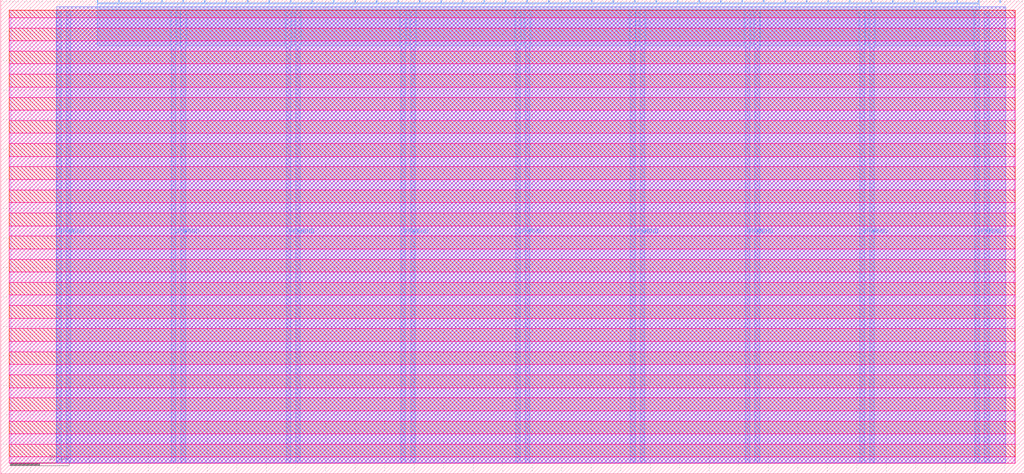
<source format=lef>
VERSION 5.7 ;
  NOWIREEXTENSIONATPIN ON ;
  DIVIDERCHAR "/" ;
  BUSBITCHARS "[]" ;
MACRO tt_um_dlmiles_ddr_throughput_test
  CLASS BLOCK ;
  FOREIGN tt_um_dlmiles_ddr_throughput_test ;
  ORIGIN 0.000 0.000 ;
  SIZE 346.640 BY 160.720 ;
  PIN VGND
    DIRECTION INOUT ;
    USE GROUND ;
    PORT
      LAYER Metal4 ;
        RECT 22.180 3.620 23.780 157.100 ;
    END
    PORT
      LAYER Metal4 ;
        RECT 61.050 3.620 62.650 157.100 ;
    END
    PORT
      LAYER Metal4 ;
        RECT 99.920 3.620 101.520 157.100 ;
    END
    PORT
      LAYER Metal4 ;
        RECT 138.790 3.620 140.390 157.100 ;
    END
    PORT
      LAYER Metal4 ;
        RECT 177.660 3.620 179.260 157.100 ;
    END
    PORT
      LAYER Metal4 ;
        RECT 216.530 3.620 218.130 157.100 ;
    END
    PORT
      LAYER Metal4 ;
        RECT 255.400 3.620 257.000 157.100 ;
    END
    PORT
      LAYER Metal4 ;
        RECT 294.270 3.620 295.870 157.100 ;
    END
    PORT
      LAYER Metal4 ;
        RECT 333.140 3.620 334.740 157.100 ;
    END
  END VGND
  PIN VPWR
    DIRECTION INOUT ;
    USE POWER ;
    PORT
      LAYER Metal4 ;
        RECT 18.880 3.620 20.480 157.100 ;
    END
    PORT
      LAYER Metal4 ;
        RECT 57.750 3.620 59.350 157.100 ;
    END
    PORT
      LAYER Metal4 ;
        RECT 96.620 3.620 98.220 157.100 ;
    END
    PORT
      LAYER Metal4 ;
        RECT 135.490 3.620 137.090 157.100 ;
    END
    PORT
      LAYER Metal4 ;
        RECT 174.360 3.620 175.960 157.100 ;
    END
    PORT
      LAYER Metal4 ;
        RECT 213.230 3.620 214.830 157.100 ;
    END
    PORT
      LAYER Metal4 ;
        RECT 252.100 3.620 253.700 157.100 ;
    END
    PORT
      LAYER Metal4 ;
        RECT 290.970 3.620 292.570 157.100 ;
    END
    PORT
      LAYER Metal4 ;
        RECT 329.840 3.620 331.440 157.100 ;
    END
  END VPWR
  PIN clk
    DIRECTION INPUT ;
    USE SIGNAL ;
    ANTENNAGATEAREA 4.738000 ;
    PORT
      LAYER Metal4 ;
        RECT 331.090 159.720 331.390 160.720 ;
    END
  END clk
  PIN ena
    DIRECTION INPUT ;
    USE SIGNAL ;
    PORT
      LAYER Metal4 ;
        RECT 338.370 159.720 338.670 160.720 ;
    END
  END ena
  PIN rst_n
    DIRECTION INPUT ;
    USE SIGNAL ;
    ANTENNAGATEAREA 0.396000 ;
    PORT
      LAYER Metal4 ;
        RECT 323.810 159.720 324.110 160.720 ;
    END
  END rst_n
  PIN ui_in[0]
    DIRECTION INPUT ;
    USE SIGNAL ;
    ANTENNAGATEAREA 0.396000 ;
    PORT
      LAYER Metal4 ;
        RECT 316.530 159.720 316.830 160.720 ;
    END
  END ui_in[0]
  PIN ui_in[1]
    DIRECTION INPUT ;
    USE SIGNAL ;
    ANTENNAGATEAREA 0.396000 ;
    PORT
      LAYER Metal4 ;
        RECT 309.250 159.720 309.550 160.720 ;
    END
  END ui_in[1]
  PIN ui_in[2]
    DIRECTION INPUT ;
    USE SIGNAL ;
    ANTENNAGATEAREA 0.396000 ;
    PORT
      LAYER Metal4 ;
        RECT 301.970 159.720 302.270 160.720 ;
    END
  END ui_in[2]
  PIN ui_in[3]
    DIRECTION INPUT ;
    USE SIGNAL ;
    ANTENNAGATEAREA 0.396000 ;
    PORT
      LAYER Metal4 ;
        RECT 294.690 159.720 294.990 160.720 ;
    END
  END ui_in[3]
  PIN ui_in[4]
    DIRECTION INPUT ;
    USE SIGNAL ;
    ANTENNAGATEAREA 0.396000 ;
    PORT
      LAYER Metal4 ;
        RECT 287.410 159.720 287.710 160.720 ;
    END
  END ui_in[4]
  PIN ui_in[5]
    DIRECTION INPUT ;
    USE SIGNAL ;
    PORT
      LAYER Metal4 ;
        RECT 280.130 159.720 280.430 160.720 ;
    END
  END ui_in[5]
  PIN ui_in[6]
    DIRECTION INPUT ;
    USE SIGNAL ;
    PORT
      LAYER Metal4 ;
        RECT 272.850 159.720 273.150 160.720 ;
    END
  END ui_in[6]
  PIN ui_in[7]
    DIRECTION INPUT ;
    USE SIGNAL ;
    PORT
      LAYER Metal4 ;
        RECT 265.570 159.720 265.870 160.720 ;
    END
  END ui_in[7]
  PIN uio_in[0]
    DIRECTION INPUT ;
    USE SIGNAL ;
    PORT
      LAYER Metal4 ;
        RECT 258.290 159.720 258.590 160.720 ;
    END
  END uio_in[0]
  PIN uio_in[1]
    DIRECTION INPUT ;
    USE SIGNAL ;
    PORT
      LAYER Metal4 ;
        RECT 251.010 159.720 251.310 160.720 ;
    END
  END uio_in[1]
  PIN uio_in[2]
    DIRECTION INPUT ;
    USE SIGNAL ;
    PORT
      LAYER Metal4 ;
        RECT 243.730 159.720 244.030 160.720 ;
    END
  END uio_in[2]
  PIN uio_in[3]
    DIRECTION INPUT ;
    USE SIGNAL ;
    PORT
      LAYER Metal4 ;
        RECT 236.450 159.720 236.750 160.720 ;
    END
  END uio_in[3]
  PIN uio_in[4]
    DIRECTION INPUT ;
    USE SIGNAL ;
    PORT
      LAYER Metal4 ;
        RECT 229.170 159.720 229.470 160.720 ;
    END
  END uio_in[4]
  PIN uio_in[5]
    DIRECTION INPUT ;
    USE SIGNAL ;
    PORT
      LAYER Metal4 ;
        RECT 221.890 159.720 222.190 160.720 ;
    END
  END uio_in[5]
  PIN uio_in[6]
    DIRECTION INPUT ;
    USE SIGNAL ;
    PORT
      LAYER Metal4 ;
        RECT 214.610 159.720 214.910 160.720 ;
    END
  END uio_in[6]
  PIN uio_in[7]
    DIRECTION INPUT ;
    USE SIGNAL ;
    PORT
      LAYER Metal4 ;
        RECT 207.330 159.720 207.630 160.720 ;
    END
  END uio_in[7]
  PIN uio_oe[0]
    DIRECTION OUTPUT ;
    USE SIGNAL ;
    ANTENNADIFFAREA 0.360800 ;
    PORT
      LAYER Metal4 ;
        RECT 83.570 159.720 83.870 160.720 ;
    END
  END uio_oe[0]
  PIN uio_oe[1]
    DIRECTION OUTPUT ;
    USE SIGNAL ;
    ANTENNADIFFAREA 0.360800 ;
    PORT
      LAYER Metal4 ;
        RECT 76.290 159.720 76.590 160.720 ;
    END
  END uio_oe[1]
  PIN uio_oe[2]
    DIRECTION OUTPUT ;
    USE SIGNAL ;
    ANTENNADIFFAREA 0.360800 ;
    PORT
      LAYER Metal4 ;
        RECT 69.010 159.720 69.310 160.720 ;
    END
  END uio_oe[2]
  PIN uio_oe[3]
    DIRECTION OUTPUT ;
    USE SIGNAL ;
    ANTENNADIFFAREA 0.360800 ;
    PORT
      LAYER Metal4 ;
        RECT 61.730 159.720 62.030 160.720 ;
    END
  END uio_oe[3]
  PIN uio_oe[4]
    DIRECTION OUTPUT ;
    USE SIGNAL ;
    ANTENNADIFFAREA 0.360800 ;
    PORT
      LAYER Metal4 ;
        RECT 54.450 159.720 54.750 160.720 ;
    END
  END uio_oe[4]
  PIN uio_oe[5]
    DIRECTION OUTPUT ;
    USE SIGNAL ;
    ANTENNADIFFAREA 0.360800 ;
    PORT
      LAYER Metal4 ;
        RECT 47.170 159.720 47.470 160.720 ;
    END
  END uio_oe[5]
  PIN uio_oe[6]
    DIRECTION OUTPUT ;
    USE SIGNAL ;
    ANTENNADIFFAREA 0.360800 ;
    PORT
      LAYER Metal4 ;
        RECT 39.890 159.720 40.190 160.720 ;
    END
  END uio_oe[6]
  PIN uio_oe[7]
    DIRECTION OUTPUT ;
    USE SIGNAL ;
    ANTENNADIFFAREA 0.360800 ;
    PORT
      LAYER Metal4 ;
        RECT 32.610 159.720 32.910 160.720 ;
    END
  END uio_oe[7]
  PIN uio_out[0]
    DIRECTION OUTPUT ;
    USE SIGNAL ;
    ANTENNADIFFAREA 0.360800 ;
    PORT
      LAYER Metal4 ;
        RECT 141.810 159.720 142.110 160.720 ;
    END
  END uio_out[0]
  PIN uio_out[1]
    DIRECTION OUTPUT ;
    USE SIGNAL ;
    ANTENNADIFFAREA 0.360800 ;
    PORT
      LAYER Metal4 ;
        RECT 134.530 159.720 134.830 160.720 ;
    END
  END uio_out[1]
  PIN uio_out[2]
    DIRECTION OUTPUT ;
    USE SIGNAL ;
    ANTENNADIFFAREA 0.360800 ;
    PORT
      LAYER Metal4 ;
        RECT 127.250 159.720 127.550 160.720 ;
    END
  END uio_out[2]
  PIN uio_out[3]
    DIRECTION OUTPUT ;
    USE SIGNAL ;
    ANTENNADIFFAREA 0.360800 ;
    PORT
      LAYER Metal4 ;
        RECT 119.970 159.720 120.270 160.720 ;
    END
  END uio_out[3]
  PIN uio_out[4]
    DIRECTION OUTPUT ;
    USE SIGNAL ;
    ANTENNADIFFAREA 0.360800 ;
    PORT
      LAYER Metal4 ;
        RECT 112.690 159.720 112.990 160.720 ;
    END
  END uio_out[4]
  PIN uio_out[5]
    DIRECTION OUTPUT ;
    USE SIGNAL ;
    ANTENNADIFFAREA 0.360800 ;
    PORT
      LAYER Metal4 ;
        RECT 105.410 159.720 105.710 160.720 ;
    END
  END uio_out[5]
  PIN uio_out[6]
    DIRECTION OUTPUT ;
    USE SIGNAL ;
    ANTENNADIFFAREA 0.360800 ;
    PORT
      LAYER Metal4 ;
        RECT 98.130 159.720 98.430 160.720 ;
    END
  END uio_out[6]
  PIN uio_out[7]
    DIRECTION OUTPUT ;
    USE SIGNAL ;
    ANTENNADIFFAREA 0.360800 ;
    PORT
      LAYER Metal4 ;
        RECT 90.850 159.720 91.150 160.720 ;
    END
  END uio_out[7]
  PIN uo_out[0]
    DIRECTION OUTPUT ;
    USE SIGNAL ;
    ANTENNADIFFAREA 2.365600 ;
    PORT
      LAYER Metal4 ;
        RECT 200.050 159.720 200.350 160.720 ;
    END
  END uo_out[0]
  PIN uo_out[1]
    DIRECTION OUTPUT ;
    USE SIGNAL ;
    ANTENNADIFFAREA 2.365600 ;
    PORT
      LAYER Metal4 ;
        RECT 192.770 159.720 193.070 160.720 ;
    END
  END uo_out[1]
  PIN uo_out[2]
    DIRECTION OUTPUT ;
    USE SIGNAL ;
    ANTENNADIFFAREA 2.365600 ;
    PORT
      LAYER Metal4 ;
        RECT 185.490 159.720 185.790 160.720 ;
    END
  END uo_out[2]
  PIN uo_out[3]
    DIRECTION OUTPUT ;
    USE SIGNAL ;
    ANTENNADIFFAREA 2.365600 ;
    PORT
      LAYER Metal4 ;
        RECT 178.210 159.720 178.510 160.720 ;
    END
  END uo_out[3]
  PIN uo_out[4]
    DIRECTION OUTPUT ;
    USE SIGNAL ;
    ANTENNADIFFAREA 1.986000 ;
    PORT
      LAYER Metal4 ;
        RECT 170.930 159.720 171.230 160.720 ;
    END
  END uo_out[4]
  PIN uo_out[5]
    DIRECTION OUTPUT ;
    USE SIGNAL ;
    ANTENNADIFFAREA 0.536800 ;
    PORT
      LAYER Metal4 ;
        RECT 163.650 159.720 163.950 160.720 ;
    END
  END uo_out[5]
  PIN uo_out[6]
    DIRECTION OUTPUT ;
    USE SIGNAL ;
    ANTENNADIFFAREA 0.536800 ;
    PORT
      LAYER Metal4 ;
        RECT 156.370 159.720 156.670 160.720 ;
    END
  END uo_out[6]
  PIN uo_out[7]
    DIRECTION OUTPUT ;
    USE SIGNAL ;
    ANTENNADIFFAREA 0.897600 ;
    PORT
      LAYER Metal4 ;
        RECT 149.090 159.720 149.390 160.720 ;
    END
  END uo_out[7]
  OBS
      LAYER Nwell ;
        RECT 2.930 154.640 343.710 157.230 ;
      LAYER Pwell ;
        RECT 2.930 151.120 343.710 154.640 ;
      LAYER Nwell ;
        RECT 2.930 146.800 343.710 151.120 ;
      LAYER Pwell ;
        RECT 2.930 143.280 343.710 146.800 ;
      LAYER Nwell ;
        RECT 2.930 138.960 343.710 143.280 ;
      LAYER Pwell ;
        RECT 2.930 135.440 343.710 138.960 ;
      LAYER Nwell ;
        RECT 2.930 131.120 343.710 135.440 ;
      LAYER Pwell ;
        RECT 2.930 127.600 343.710 131.120 ;
      LAYER Nwell ;
        RECT 2.930 123.280 343.710 127.600 ;
      LAYER Pwell ;
        RECT 2.930 119.760 343.710 123.280 ;
      LAYER Nwell ;
        RECT 2.930 115.440 343.710 119.760 ;
      LAYER Pwell ;
        RECT 2.930 111.920 343.710 115.440 ;
      LAYER Nwell ;
        RECT 2.930 107.600 343.710 111.920 ;
      LAYER Pwell ;
        RECT 2.930 104.080 343.710 107.600 ;
      LAYER Nwell ;
        RECT 2.930 99.760 343.710 104.080 ;
      LAYER Pwell ;
        RECT 2.930 96.240 343.710 99.760 ;
      LAYER Nwell ;
        RECT 2.930 91.920 343.710 96.240 ;
      LAYER Pwell ;
        RECT 2.930 88.400 343.710 91.920 ;
      LAYER Nwell ;
        RECT 2.930 84.080 343.710 88.400 ;
      LAYER Pwell ;
        RECT 2.930 80.560 343.710 84.080 ;
      LAYER Nwell ;
        RECT 2.930 76.240 343.710 80.560 ;
      LAYER Pwell ;
        RECT 2.930 72.720 343.710 76.240 ;
      LAYER Nwell ;
        RECT 2.930 68.400 343.710 72.720 ;
      LAYER Pwell ;
        RECT 2.930 64.880 343.710 68.400 ;
      LAYER Nwell ;
        RECT 2.930 60.560 343.710 64.880 ;
      LAYER Pwell ;
        RECT 2.930 57.040 343.710 60.560 ;
      LAYER Nwell ;
        RECT 2.930 52.720 343.710 57.040 ;
      LAYER Pwell ;
        RECT 2.930 49.200 343.710 52.720 ;
      LAYER Nwell ;
        RECT 2.930 44.880 343.710 49.200 ;
      LAYER Pwell ;
        RECT 2.930 41.360 343.710 44.880 ;
      LAYER Nwell ;
        RECT 2.930 37.040 343.710 41.360 ;
      LAYER Pwell ;
        RECT 2.930 33.520 343.710 37.040 ;
      LAYER Nwell ;
        RECT 2.930 29.200 343.710 33.520 ;
      LAYER Pwell ;
        RECT 2.930 25.680 343.710 29.200 ;
      LAYER Nwell ;
        RECT 2.930 21.360 343.710 25.680 ;
      LAYER Pwell ;
        RECT 2.930 17.840 343.710 21.360 ;
      LAYER Nwell ;
        RECT 2.930 13.520 343.710 17.840 ;
      LAYER Pwell ;
        RECT 2.930 10.000 343.710 13.520 ;
      LAYER Nwell ;
        RECT 2.930 5.680 343.710 10.000 ;
      LAYER Pwell ;
        RECT 2.930 3.490 343.710 5.680 ;
      LAYER Metal1 ;
        RECT 3.360 3.620 343.280 157.100 ;
      LAYER Metal2 ;
        RECT 19.020 3.730 340.340 158.390 ;
      LAYER Metal3 ;
        RECT 18.970 3.780 340.390 158.340 ;
      LAYER Metal4 ;
        RECT 33.210 159.420 39.590 159.720 ;
        RECT 40.490 159.420 46.870 159.720 ;
        RECT 47.770 159.420 54.150 159.720 ;
        RECT 55.050 159.420 61.430 159.720 ;
        RECT 62.330 159.420 68.710 159.720 ;
        RECT 69.610 159.420 75.990 159.720 ;
        RECT 76.890 159.420 83.270 159.720 ;
        RECT 84.170 159.420 90.550 159.720 ;
        RECT 91.450 159.420 97.830 159.720 ;
        RECT 98.730 159.420 105.110 159.720 ;
        RECT 106.010 159.420 112.390 159.720 ;
        RECT 113.290 159.420 119.670 159.720 ;
        RECT 120.570 159.420 126.950 159.720 ;
        RECT 127.850 159.420 134.230 159.720 ;
        RECT 135.130 159.420 141.510 159.720 ;
        RECT 142.410 159.420 148.790 159.720 ;
        RECT 149.690 159.420 156.070 159.720 ;
        RECT 156.970 159.420 163.350 159.720 ;
        RECT 164.250 159.420 170.630 159.720 ;
        RECT 171.530 159.420 177.910 159.720 ;
        RECT 178.810 159.420 185.190 159.720 ;
        RECT 186.090 159.420 192.470 159.720 ;
        RECT 193.370 159.420 199.750 159.720 ;
        RECT 200.650 159.420 207.030 159.720 ;
        RECT 207.930 159.420 214.310 159.720 ;
        RECT 215.210 159.420 221.590 159.720 ;
        RECT 222.490 159.420 228.870 159.720 ;
        RECT 229.770 159.420 236.150 159.720 ;
        RECT 237.050 159.420 243.430 159.720 ;
        RECT 244.330 159.420 250.710 159.720 ;
        RECT 251.610 159.420 257.990 159.720 ;
        RECT 258.890 159.420 265.270 159.720 ;
        RECT 266.170 159.420 272.550 159.720 ;
        RECT 273.450 159.420 279.830 159.720 ;
        RECT 280.730 159.420 287.110 159.720 ;
        RECT 288.010 159.420 294.390 159.720 ;
        RECT 295.290 159.420 301.670 159.720 ;
        RECT 302.570 159.420 308.950 159.720 ;
        RECT 309.850 159.420 316.230 159.720 ;
        RECT 317.130 159.420 323.510 159.720 ;
        RECT 324.410 159.420 330.790 159.720 ;
        RECT 32.620 157.400 331.380 159.420 ;
        RECT 32.620 145.130 57.450 157.400 ;
        RECT 59.650 145.130 60.750 157.400 ;
        RECT 62.950 145.130 96.320 157.400 ;
        RECT 98.520 145.130 99.620 157.400 ;
        RECT 101.820 145.130 135.190 157.400 ;
        RECT 137.390 145.130 138.490 157.400 ;
        RECT 140.690 145.130 174.060 157.400 ;
        RECT 176.260 145.130 177.360 157.400 ;
        RECT 179.560 145.130 212.930 157.400 ;
        RECT 215.130 145.130 216.230 157.400 ;
        RECT 218.430 145.130 251.800 157.400 ;
        RECT 254.000 145.130 255.100 157.400 ;
        RECT 257.300 145.130 290.670 157.400 ;
        RECT 292.870 145.130 293.970 157.400 ;
        RECT 296.170 145.130 329.540 157.400 ;
  END
END tt_um_dlmiles_ddr_throughput_test
END LIBRARY


</source>
